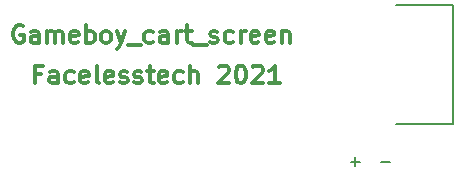
<source format=gbr>
G04 #@! TF.GenerationSoftware,KiCad,Pcbnew,5.0.2+dfsg1-1~bpo9+1*
G04 #@! TF.CreationDate,2021-03-14T19:34:14+00:00*
G04 #@! TF.ProjectId,gameboy_cart_screen,67616d65-626f-4795-9f63-6172745f7363,rev?*
G04 #@! TF.SameCoordinates,Original*
G04 #@! TF.FileFunction,Legend,Top*
G04 #@! TF.FilePolarity,Positive*
%FSLAX46Y46*%
G04 Gerber Fmt 4.6, Leading zero omitted, Abs format (unit mm)*
G04 Created by KiCad (PCBNEW 5.0.2+dfsg1-1~bpo9+1) date Sun 14 Mar 2021 19:34:14 GMT*
%MOMM*%
%LPD*%
G01*
G04 APERTURE LIST*
%ADD10C,0.300000*%
%ADD11C,0.150000*%
G04 APERTURE END LIST*
D10*
X138388571Y-73642857D02*
X137888571Y-73642857D01*
X137888571Y-74428571D02*
X137888571Y-72928571D01*
X138602857Y-72928571D01*
X139817142Y-74428571D02*
X139817142Y-73642857D01*
X139745714Y-73500000D01*
X139602857Y-73428571D01*
X139317142Y-73428571D01*
X139174285Y-73500000D01*
X139817142Y-74357142D02*
X139674285Y-74428571D01*
X139317142Y-74428571D01*
X139174285Y-74357142D01*
X139102857Y-74214285D01*
X139102857Y-74071428D01*
X139174285Y-73928571D01*
X139317142Y-73857142D01*
X139674285Y-73857142D01*
X139817142Y-73785714D01*
X141174285Y-74357142D02*
X141031428Y-74428571D01*
X140745714Y-74428571D01*
X140602857Y-74357142D01*
X140531428Y-74285714D01*
X140460000Y-74142857D01*
X140460000Y-73714285D01*
X140531428Y-73571428D01*
X140602857Y-73500000D01*
X140745714Y-73428571D01*
X141031428Y-73428571D01*
X141174285Y-73500000D01*
X142388571Y-74357142D02*
X142245714Y-74428571D01*
X141960000Y-74428571D01*
X141817142Y-74357142D01*
X141745714Y-74214285D01*
X141745714Y-73642857D01*
X141817142Y-73500000D01*
X141960000Y-73428571D01*
X142245714Y-73428571D01*
X142388571Y-73500000D01*
X142460000Y-73642857D01*
X142460000Y-73785714D01*
X141745714Y-73928571D01*
X143317142Y-74428571D02*
X143174285Y-74357142D01*
X143102857Y-74214285D01*
X143102857Y-72928571D01*
X144460000Y-74357142D02*
X144317142Y-74428571D01*
X144031428Y-74428571D01*
X143888571Y-74357142D01*
X143817142Y-74214285D01*
X143817142Y-73642857D01*
X143888571Y-73500000D01*
X144031428Y-73428571D01*
X144317142Y-73428571D01*
X144460000Y-73500000D01*
X144531428Y-73642857D01*
X144531428Y-73785714D01*
X143817142Y-73928571D01*
X145102857Y-74357142D02*
X145245714Y-74428571D01*
X145531428Y-74428571D01*
X145674285Y-74357142D01*
X145745714Y-74214285D01*
X145745714Y-74142857D01*
X145674285Y-74000000D01*
X145531428Y-73928571D01*
X145317142Y-73928571D01*
X145174285Y-73857142D01*
X145102857Y-73714285D01*
X145102857Y-73642857D01*
X145174285Y-73500000D01*
X145317142Y-73428571D01*
X145531428Y-73428571D01*
X145674285Y-73500000D01*
X146317142Y-74357142D02*
X146460000Y-74428571D01*
X146745714Y-74428571D01*
X146888571Y-74357142D01*
X146960000Y-74214285D01*
X146960000Y-74142857D01*
X146888571Y-74000000D01*
X146745714Y-73928571D01*
X146531428Y-73928571D01*
X146388571Y-73857142D01*
X146317142Y-73714285D01*
X146317142Y-73642857D01*
X146388571Y-73500000D01*
X146531428Y-73428571D01*
X146745714Y-73428571D01*
X146888571Y-73500000D01*
X147388571Y-73428571D02*
X147960000Y-73428571D01*
X147602857Y-72928571D02*
X147602857Y-74214285D01*
X147674285Y-74357142D01*
X147817142Y-74428571D01*
X147960000Y-74428571D01*
X149031428Y-74357142D02*
X148888571Y-74428571D01*
X148602857Y-74428571D01*
X148460000Y-74357142D01*
X148388571Y-74214285D01*
X148388571Y-73642857D01*
X148460000Y-73500000D01*
X148602857Y-73428571D01*
X148888571Y-73428571D01*
X149031428Y-73500000D01*
X149102857Y-73642857D01*
X149102857Y-73785714D01*
X148388571Y-73928571D01*
X150388571Y-74357142D02*
X150245714Y-74428571D01*
X149960000Y-74428571D01*
X149817142Y-74357142D01*
X149745714Y-74285714D01*
X149674285Y-74142857D01*
X149674285Y-73714285D01*
X149745714Y-73571428D01*
X149817142Y-73500000D01*
X149960000Y-73428571D01*
X150245714Y-73428571D01*
X150388571Y-73500000D01*
X151031428Y-74428571D02*
X151031428Y-72928571D01*
X151674285Y-74428571D02*
X151674285Y-73642857D01*
X151602857Y-73500000D01*
X151460000Y-73428571D01*
X151245714Y-73428571D01*
X151102857Y-73500000D01*
X151031428Y-73571428D01*
X153460000Y-73071428D02*
X153531428Y-73000000D01*
X153674285Y-72928571D01*
X154031428Y-72928571D01*
X154174285Y-73000000D01*
X154245714Y-73071428D01*
X154317142Y-73214285D01*
X154317142Y-73357142D01*
X154245714Y-73571428D01*
X153388571Y-74428571D01*
X154317142Y-74428571D01*
X155245714Y-72928571D02*
X155388571Y-72928571D01*
X155531428Y-73000000D01*
X155602857Y-73071428D01*
X155674285Y-73214285D01*
X155745714Y-73500000D01*
X155745714Y-73857142D01*
X155674285Y-74142857D01*
X155602857Y-74285714D01*
X155531428Y-74357142D01*
X155388571Y-74428571D01*
X155245714Y-74428571D01*
X155102857Y-74357142D01*
X155031428Y-74285714D01*
X154960000Y-74142857D01*
X154888571Y-73857142D01*
X154888571Y-73500000D01*
X154960000Y-73214285D01*
X155031428Y-73071428D01*
X155102857Y-73000000D01*
X155245714Y-72928571D01*
X156317142Y-73071428D02*
X156388571Y-73000000D01*
X156531428Y-72928571D01*
X156888571Y-72928571D01*
X157031428Y-73000000D01*
X157102857Y-73071428D01*
X157174285Y-73214285D01*
X157174285Y-73357142D01*
X157102857Y-73571428D01*
X156245714Y-74428571D01*
X157174285Y-74428571D01*
X158602857Y-74428571D02*
X157745714Y-74428571D01*
X158174285Y-74428571D02*
X158174285Y-72928571D01*
X158031428Y-73142857D01*
X157888571Y-73285714D01*
X157745714Y-73357142D01*
X136877142Y-69580000D02*
X136734285Y-69508571D01*
X136520000Y-69508571D01*
X136305714Y-69580000D01*
X136162857Y-69722857D01*
X136091428Y-69865714D01*
X136020000Y-70151428D01*
X136020000Y-70365714D01*
X136091428Y-70651428D01*
X136162857Y-70794285D01*
X136305714Y-70937142D01*
X136520000Y-71008571D01*
X136662857Y-71008571D01*
X136877142Y-70937142D01*
X136948571Y-70865714D01*
X136948571Y-70365714D01*
X136662857Y-70365714D01*
X138234285Y-71008571D02*
X138234285Y-70222857D01*
X138162857Y-70080000D01*
X138020000Y-70008571D01*
X137734285Y-70008571D01*
X137591428Y-70080000D01*
X138234285Y-70937142D02*
X138091428Y-71008571D01*
X137734285Y-71008571D01*
X137591428Y-70937142D01*
X137520000Y-70794285D01*
X137520000Y-70651428D01*
X137591428Y-70508571D01*
X137734285Y-70437142D01*
X138091428Y-70437142D01*
X138234285Y-70365714D01*
X138948571Y-71008571D02*
X138948571Y-70008571D01*
X138948571Y-70151428D02*
X139020000Y-70080000D01*
X139162857Y-70008571D01*
X139377142Y-70008571D01*
X139520000Y-70080000D01*
X139591428Y-70222857D01*
X139591428Y-71008571D01*
X139591428Y-70222857D02*
X139662857Y-70080000D01*
X139805714Y-70008571D01*
X140020000Y-70008571D01*
X140162857Y-70080000D01*
X140234285Y-70222857D01*
X140234285Y-71008571D01*
X141520000Y-70937142D02*
X141377142Y-71008571D01*
X141091428Y-71008571D01*
X140948571Y-70937142D01*
X140877142Y-70794285D01*
X140877142Y-70222857D01*
X140948571Y-70080000D01*
X141091428Y-70008571D01*
X141377142Y-70008571D01*
X141520000Y-70080000D01*
X141591428Y-70222857D01*
X141591428Y-70365714D01*
X140877142Y-70508571D01*
X142234285Y-71008571D02*
X142234285Y-69508571D01*
X142234285Y-70080000D02*
X142377142Y-70008571D01*
X142662857Y-70008571D01*
X142805714Y-70080000D01*
X142877142Y-70151428D01*
X142948571Y-70294285D01*
X142948571Y-70722857D01*
X142877142Y-70865714D01*
X142805714Y-70937142D01*
X142662857Y-71008571D01*
X142377142Y-71008571D01*
X142234285Y-70937142D01*
X143805714Y-71008571D02*
X143662857Y-70937142D01*
X143591428Y-70865714D01*
X143520000Y-70722857D01*
X143520000Y-70294285D01*
X143591428Y-70151428D01*
X143662857Y-70080000D01*
X143805714Y-70008571D01*
X144020000Y-70008571D01*
X144162857Y-70080000D01*
X144234285Y-70151428D01*
X144305714Y-70294285D01*
X144305714Y-70722857D01*
X144234285Y-70865714D01*
X144162857Y-70937142D01*
X144020000Y-71008571D01*
X143805714Y-71008571D01*
X144805714Y-70008571D02*
X145162857Y-71008571D01*
X145520000Y-70008571D02*
X145162857Y-71008571D01*
X145020000Y-71365714D01*
X144948571Y-71437142D01*
X144805714Y-71508571D01*
X145734285Y-71151428D02*
X146877142Y-71151428D01*
X147877142Y-70937142D02*
X147734285Y-71008571D01*
X147448571Y-71008571D01*
X147305714Y-70937142D01*
X147234285Y-70865714D01*
X147162857Y-70722857D01*
X147162857Y-70294285D01*
X147234285Y-70151428D01*
X147305714Y-70080000D01*
X147448571Y-70008571D01*
X147734285Y-70008571D01*
X147877142Y-70080000D01*
X149162857Y-71008571D02*
X149162857Y-70222857D01*
X149091428Y-70080000D01*
X148948571Y-70008571D01*
X148662857Y-70008571D01*
X148520000Y-70080000D01*
X149162857Y-70937142D02*
X149020000Y-71008571D01*
X148662857Y-71008571D01*
X148520000Y-70937142D01*
X148448571Y-70794285D01*
X148448571Y-70651428D01*
X148520000Y-70508571D01*
X148662857Y-70437142D01*
X149020000Y-70437142D01*
X149162857Y-70365714D01*
X149877142Y-71008571D02*
X149877142Y-70008571D01*
X149877142Y-70294285D02*
X149948571Y-70151428D01*
X150020000Y-70080000D01*
X150162857Y-70008571D01*
X150305714Y-70008571D01*
X150591428Y-70008571D02*
X151162857Y-70008571D01*
X150805714Y-69508571D02*
X150805714Y-70794285D01*
X150877142Y-70937142D01*
X151020000Y-71008571D01*
X151162857Y-71008571D01*
X151305714Y-71151428D02*
X152448571Y-71151428D01*
X152734285Y-70937142D02*
X152877142Y-71008571D01*
X153162857Y-71008571D01*
X153305714Y-70937142D01*
X153377142Y-70794285D01*
X153377142Y-70722857D01*
X153305714Y-70580000D01*
X153162857Y-70508571D01*
X152948571Y-70508571D01*
X152805714Y-70437142D01*
X152734285Y-70294285D01*
X152734285Y-70222857D01*
X152805714Y-70080000D01*
X152948571Y-70008571D01*
X153162857Y-70008571D01*
X153305714Y-70080000D01*
X154662857Y-70937142D02*
X154520000Y-71008571D01*
X154234285Y-71008571D01*
X154091428Y-70937142D01*
X154020000Y-70865714D01*
X153948571Y-70722857D01*
X153948571Y-70294285D01*
X154020000Y-70151428D01*
X154091428Y-70080000D01*
X154234285Y-70008571D01*
X154520000Y-70008571D01*
X154662857Y-70080000D01*
X155305714Y-71008571D02*
X155305714Y-70008571D01*
X155305714Y-70294285D02*
X155377142Y-70151428D01*
X155448571Y-70080000D01*
X155591428Y-70008571D01*
X155734285Y-70008571D01*
X156805714Y-70937142D02*
X156662857Y-71008571D01*
X156377142Y-71008571D01*
X156234285Y-70937142D01*
X156162857Y-70794285D01*
X156162857Y-70222857D01*
X156234285Y-70080000D01*
X156377142Y-70008571D01*
X156662857Y-70008571D01*
X156805714Y-70080000D01*
X156877142Y-70222857D01*
X156877142Y-70365714D01*
X156162857Y-70508571D01*
X158091428Y-70937142D02*
X157948571Y-71008571D01*
X157662857Y-71008571D01*
X157520000Y-70937142D01*
X157448571Y-70794285D01*
X157448571Y-70222857D01*
X157520000Y-70080000D01*
X157662857Y-70008571D01*
X157948571Y-70008571D01*
X158091428Y-70080000D01*
X158162857Y-70222857D01*
X158162857Y-70365714D01*
X157448571Y-70508571D01*
X158805714Y-70008571D02*
X158805714Y-71008571D01*
X158805714Y-70151428D02*
X158877142Y-70080000D01*
X159020000Y-70008571D01*
X159234285Y-70008571D01*
X159377142Y-70080000D01*
X159448571Y-70222857D01*
X159448571Y-71008571D01*
D11*
G04 #@! TO.C,U1*
X173273640Y-67812080D02*
X173273640Y-77885720D01*
X173273640Y-77885720D02*
X168462880Y-77906040D01*
X173273640Y-67812080D02*
X168462880Y-67832400D01*
G04 #@! TO.C,U3*
X167169047Y-81054788D02*
X167930952Y-81054788D01*
X164634127Y-81054788D02*
X165396032Y-81054788D01*
X165015080Y-81435740D02*
X165015080Y-80673836D01*
G04 #@! TD*
M02*

</source>
